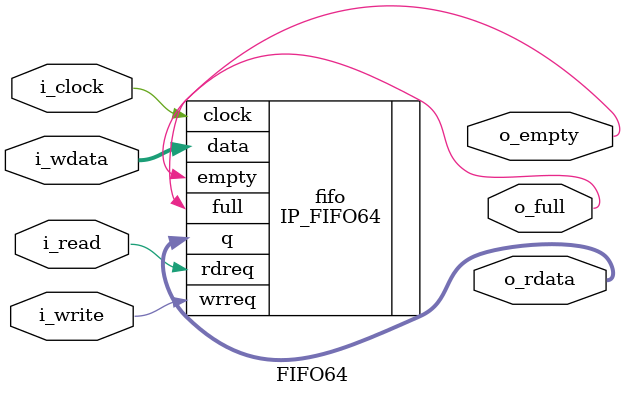
<source format=v>

`timescale 1ns/1ns

module FIFO64 #(
	parameter DEPTH = 64
)(
	input wire i_clock,

	output wire o_empty,
	output wire o_full,

	input wire i_write,
	input wire [63:0] i_wdata,

	input wire i_read,
	output wire [63:0] o_rdata
);

`ifdef __TESTBENCH__

	reg [63:0] rdata;
	reg [63:0] data [0:DEPTH - 1];
	reg [$clog2(DEPTH) - 1:0] in;
	reg [$clog2(DEPTH) - 1:0] out;
	reg last_write;
	reg last_read;

	assign o_empty = (in == out) ? 1'b1 : 1'b0;
	assign o_full = (((in + 1) & (DEPTH - 1)) == out) ? 1'b1 : 1'b0;
	assign o_rdata = rdata;

	initial begin
		rdata = 0;
		in = 0;
		out = 0;
		last_write = 0;
		last_read = 0;
	end

	always @ (posedge i_clock) begin
		if (i_write && !last_write) begin
			data[in] <= i_wdata;
			in <= (in + 1) & (DEPTH - 1);
		end
		last_write <= i_write;

		if (i_read && !last_read) begin
			rdata <= data[out];
			out <= (out + 1) & (DEPTH - 1);
		end
		last_read <= i_read;
	end

`else

	IP_FIFO64 fifo(
		.clock(i_clock),
		.data(i_wdata),
		.rdreq(i_read),
		.wrreq(i_write),
		.empty(o_empty),
		.full(o_full),
		.q(o_rdata)
	);

`endif

endmodule

</source>
